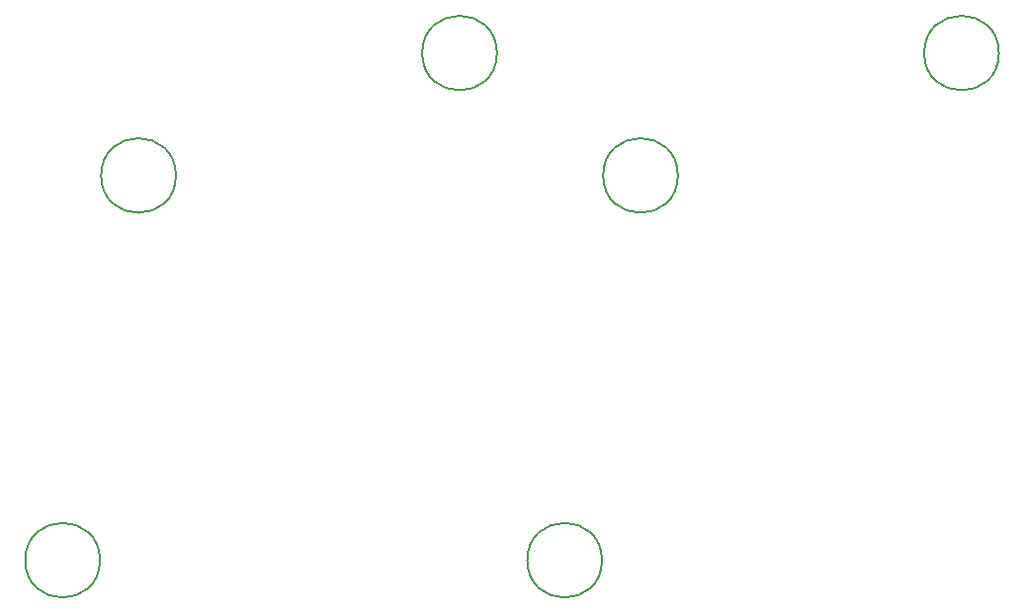
<source format=gbr>
%TF.GenerationSoftware,KiCad,Pcbnew,(7.0.0)*%
%TF.CreationDate,2023-04-15T00:39:35-04:00*%
%TF.ProjectId,NoU2-panelized2,4e6f5532-2d70-4616-9e65-6c697a656432,rev?*%
%TF.SameCoordinates,Original*%
%TF.FileFunction,Other,Comment*%
%FSLAX46Y46*%
G04 Gerber Fmt 4.6, Leading zero omitted, Abs format (unit mm)*
G04 Created by KiCad (PCBNEW (7.0.0)) date 2023-04-15 00:39:35*
%MOMM*%
%LPD*%
G01*
G04 APERTURE LIST*
%ADD10C,0.150000*%
G04 APERTURE END LIST*
D10*
%TO.C,REF\u002A\u002A*%
X56200000Y-14000000D02*
G75*
G03*
X56200000Y-14000000I-3200000J0D01*
G01*
X13200000Y-14000000D02*
G75*
G03*
X13200000Y-14000000I-3200000J0D01*
G01*
X40700000Y-3500000D02*
G75*
G03*
X40700000Y-3500000I-3200000J0D01*
G01*
X83700000Y-3500000D02*
G75*
G03*
X83700000Y-3500000I-3200000J0D01*
G01*
X49700000Y-47000000D02*
G75*
G03*
X49700000Y-47000000I-3200000J0D01*
G01*
X6700000Y-47000000D02*
G75*
G03*
X6700000Y-47000000I-3200000J0D01*
G01*
%TD*%
M02*

</source>
